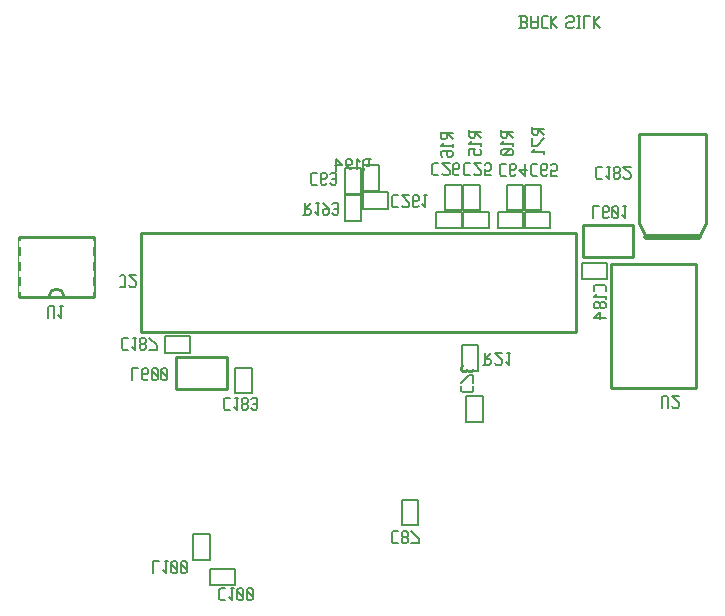
<source format=gbr>
G04 Title: RX Daughterboard, silkscreen, solder side *
G04 Creator: pcb-bin 1.99q *
G04 CreationDate: Mon Dec 12 23:54:21 2005 UTC *
G04 For: matt *
G04 Format: Gerber/RS-274X *
G04 PCB-Dimensions: 275000 250000 *
G04 PCB-Coordinate-Origin: lower left *
%MOIN*%
%FSLAX24Y24*%
%IPPOS*%
%ADD11C,0.0400*%
%ADD12C,0.0080*%
%ADD13C,0.0239*%
%ADD14C,0.0140*%
%ADD15C,0.0300*%
%ADD16C,0.0600*%
%ADD17C,0.0250*%
%ADD18C,0.0450*%
%ADD19C,0.0140*%
%ADD20C,0.0299*%
%ADD21C,0.0100*%
%ADD22C,0.0110*%
%ADD23C,0.0249*%
%ADD24R,0.0600X0.0600*%
%ADD25R,0.0660X0.0660*%
%ADD26R,0.0900X0.0900X0.0600X0.0600*%
%ADD27R,0.0900X0.0900*%
%ADD28C,0.0600*%
%ADD29C,0.0660*%
%ADD30C,0.0900X0.0600*%
%ADD31C,0.0900*%
%ADD32C,0.0200*%
%ADD33C,0.0080*%
%ADD34R,0.0240X0.0240*%
%ADD35R,0.0440X0.0440*%
%ADD36R,0.0300X0.0300*%
%ADD37C,0.0060*%
%ADD38C,0.0800*%
%ADD39C,0.0860*%
%ADD40C,0.1100X0.0800*%
%ADD41C,0.1100*%
%ADD42C,0.0110*%
%AMTHERM1*7,0,0,0.1100,0.0800,0.0110,45*%
%ADD43THERM1*%
%ADD44R,0.0970X0.0970*%
%ADD45R,0.1170X0.1170*%
%ADD46R,0.1030X0.1030*%
%ADD47R,0.0560X0.0560*%
%ADD48R,0.0860X0.0860*%
%ADD49R,0.0620X0.0620*%
%ADD50R,0.1220X0.1220*%
%ADD51R,0.1520X0.1520*%
%ADD52R,0.1280X0.1280*%
%ADD53R,0.0340X0.0340*%
%ADD54R,0.0640X0.0640*%
%ADD55R,0.0400X0.0400*%
%ADD56R,0.0540X0.0540*%
%ADD57R,0.0480X0.0480*%
%ADD58R,0.0680X0.0680*%
%ADD59R,0.0200X0.0200*%
%ADD60R,0.0500X0.0500*%
%AMTHERM2*7,0,0,0.0900,0.0600,0.0100,45*%
%ADD61THERM2*%
%ADD62R,0.0150X0.0150*%
%ADD63R,0.0450X0.0450*%
%ADD64R,0.0210X0.0210*%
%ADD65C,0.0410*%
%ADD66C,0.0170*%
%ADD67R,0.1610X0.1610*%
%ADD68R,0.1910X0.1910*%
%ADD69R,0.1670X0.1670*%
%ADD70C,0.0720*%
%ADD71C,0.0920X0.0720*%
%ADD72C,0.0920*%
%ADD73C,0.0240*%
%ADD74C,0.0340*%
%ADD75C,0.1320*%
%ADD76C,0.1520*%
%ADD77C,0.1520X0.1320*%
%ADD78C,0.0600*%
%ADD79C,0.0125*%
%AMTHERM3*7,0,0,0.0800,0.0600,0.0125,45*%
%ADD80THERM3*%
%ADD81C,0.0800*%
%ADD82C,0.0800X0.0600*%
%ADD83C,0.0350*%
%ADD84C,0.0100*%
%AMTHERM4*7,0,0,0.0510,0.0350,0.0100,45*%
%ADD85THERM4*%
%ADD86C,0.0510*%
%ADD87C,0.0510X0.0350*%
%ADD88C,0.0360*%
%ADD89C,0.0520*%
%ADD90C,0.0520X0.0360*%
%AMTHERM5*7,0,0,0.0799,0.0600,0.0125,45*%
%ADD91THERM5*%
%ADD92C,0.0799*%
%ADD93C,0.0799X0.0600*%
%ADD94C,0.0090*%
%AMTHERM6*7,0,0,0.0520,0.0360,0.0090,45*%
%ADD95THERM6*%
%ADD96C,0.0310*%
%ADD97C,0.0080*%
%AMTHERM7*7,0,0,0.0469,0.0310,0.0080,45*%
%ADD98THERM7*%
%ADD99C,0.0469*%
%ADD100C,0.0469X0.0310*%
%AMTHERM8*7,0,0,0.0510,0.0350,0.0100,45*%
%ADD101THERM8*%
%ADD102C,0.0510*%
%ADD103C,0.0510X0.0350*%
%LNGROUP_3*%
%LPD*%
G01X0Y0D02*
G54D37*X15780Y17730D02*X16320D01*
X15780Y18570D02*Y17730D01*
Y18570D02*X16320D01*
Y17730D01*
G04 Text: R194 *
G54D33*X15850Y18770D02*X16050D01*
X15850D02*X15800Y18720D01*
Y18620D02*Y18720D01*
X15850Y18570D02*X15800Y18620D01*
X15850Y18570D02*X16000D01*
Y18370D02*Y18770D01*
Y18570D02*X15800Y18370D01*
X15529D02*X15629D01*
X15579D02*Y18770D01*
X15679Y18670D02*X15579Y18770D01*
X15409Y18370D02*X15209Y18570D01*
Y18720D01*
X15259Y18770D02*X15209Y18720D01*
X15259Y18770D02*X15359D01*
X15409Y18720D02*X15359Y18770D01*
X15409Y18620D02*Y18720D01*
Y18620D02*X15359Y18570D01*
X15209D02*X15359D01*
X15089D02*X14889Y18770D01*
X14839Y18570D02*X15089D01*
X14889Y18370D02*Y18770D01*
G54D37*X15180Y16730D02*X15720D01*
X15180Y17570D02*Y16730D01*
Y17570D02*X15720D01*
Y16730D01*
G04 Text: R193 *
G54D33*X13800Y16930D02*X14000D01*
X14050Y16980D01*
Y17080D01*
X14000Y17130D02*X14050Y17080D01*
X13850Y17130D02*X14000D01*
X13850Y16930D02*Y17330D01*
Y17130D02*X14050Y17330D01*
X14220D02*X14320D01*
X14270Y16930D02*Y17330D01*
X14170Y17030D02*X14270Y16930D01*
X14440Y17330D02*X14640Y17130D01*
Y16980D02*Y17130D01*
X14590Y16930D02*X14640Y16980D01*
X14490Y16930D02*X14590D01*
X14440Y16980D02*X14490Y16930D01*
X14440Y16980D02*Y17080D01*
X14490Y17130D01*
X14640D01*
X14760Y16980D02*X14810Y16930D01*
X14910D01*
X14960Y16980D01*
Y17280D01*
X14910Y17330D02*X14960Y17280D01*
X14810Y17330D02*X14910D01*
X14760Y17280D02*X14810Y17330D01*
Y17130D02*X14960D01*
G54D37*X23080Y15320D02*Y14780D01*
Y15320D02*X23920D01*
Y14780D01*
X23080D02*X23920D01*
G04 Text: C184 *
G54D33*X23880Y14400D02*Y14550D01*
X23830Y14600D02*X23880Y14550D01*
X23530Y14600D02*X23830D01*
X23530D02*X23480Y14550D01*
Y14400D02*Y14550D01*
X23880Y14129D02*Y14229D01*
X23480Y14179D02*X23880D01*
X23580Y14279D02*X23480Y14179D01*
X23830Y14009D02*X23880Y13959D01*
X23730Y14009D02*X23830D01*
X23730D02*X23680Y13959D01*
Y13859D02*Y13959D01*
Y13859D02*X23730Y13809D01*
X23830D01*
X23880Y13859D02*X23830Y13809D01*
X23880Y13859D02*Y13959D01*
X23630Y14009D02*X23680Y13959D01*
X23530Y14009D02*X23630D01*
X23530D02*X23480Y13959D01*
Y13859D02*Y13959D01*
Y13859D02*X23530Y13809D01*
X23630D01*
X23680Y13859D02*X23630Y13809D01*
X23680Y13689D02*X23480Y13489D01*
X23680Y13439D02*Y13689D01*
X23480Y13489D02*X23880D01*
G54D37*X11530Y10980D02*X12070D01*
X11530Y11820D02*Y10980D01*
Y11820D02*X12070D01*
Y10980D01*
G04 Text: C183 *
G54D33*X11200Y10830D02*X11350D01*
X11150Y10780D02*X11200Y10830D01*
X11150Y10480D02*Y10780D01*
Y10480D02*X11200Y10430D01*
X11350D01*
X11520Y10830D02*X11620D01*
X11570Y10430D02*Y10830D01*
X11470Y10530D02*X11570Y10430D01*
X11740Y10780D02*X11790Y10830D01*
X11740Y10680D02*Y10780D01*
Y10680D02*X11790Y10630D01*
X11890D01*
X11940Y10680D01*
Y10780D01*
X11890Y10830D02*X11940Y10780D01*
X11790Y10830D02*X11890D01*
X11740Y10580D02*X11790Y10630D01*
X11740Y10480D02*Y10580D01*
Y10480D02*X11790Y10430D01*
X11890D01*
X11940Y10480D01*
Y10580D01*
X11890Y10630D02*X11940Y10580D01*
X12060Y10480D02*X12110Y10430D01*
X12210D01*
X12260Y10480D01*
Y10780D01*
X12210Y10830D02*X12260Y10780D01*
X12110Y10830D02*X12210D01*
X12060Y10780D02*X12110Y10830D01*
Y10630D02*X12260D01*
G54D32*X25230Y16170D02*X26970D01*
G54D21*X25230D02*X24980Y16650D01*
Y19630D02*Y16650D01*
Y19630D02*X27220D01*
Y16650D01*
X26970Y16170D01*
G04 Text: C182 *
G54D33*X23600Y18520D02*X23750D01*
X23550Y18470D02*X23600Y18520D01*
X23550Y18170D02*Y18470D01*
Y18170D02*X23600Y18120D01*
X23750D01*
X23920Y18520D02*X24020D01*
X23970Y18120D02*Y18520D01*
X23870Y18220D02*X23970Y18120D01*
X24140Y18470D02*X24190Y18520D01*
X24140Y18370D02*Y18470D01*
Y18370D02*X24190Y18320D01*
X24290D01*
X24340Y18370D01*
Y18470D01*
X24290Y18520D02*X24340Y18470D01*
X24190Y18520D02*X24290D01*
X24140Y18270D02*X24190Y18320D01*
X24140Y18170D02*Y18270D01*
Y18170D02*X24190Y18120D01*
X24290D01*
X24340Y18170D01*
Y18270D01*
X24290Y18320D02*X24340Y18270D01*
X24460Y18170D02*X24510Y18120D01*
X24660D01*
X24710Y18170D01*
Y18270D01*
X24460Y18520D02*X24710Y18270D01*
X24460Y18520D02*X24710D01*
G54D21*X24050Y15290D02*Y11150D01*
Y15290D02*X26900D01*
Y11150D01*
X24050D02*X26900D01*
G04 Text: U2 *
G54D33*X25750Y10500D02*Y10850D01*
X25800Y10900D01*
X25900D01*
X25950Y10850D01*
Y10500D02*Y10850D01*
X26070Y10550D02*X26120Y10500D01*
X26270D01*
X26320Y10550D01*
Y10650D01*
X26070Y10900D02*X26320Y10650D01*
X26070Y10900D02*X26320D01*
G54D37*X17080Y6580D02*X17620D01*
X17080Y7420D02*Y6580D01*
Y7420D02*X17620D01*
Y6580D01*
G04 Text: C87 *
G54D33*X16800Y6380D02*X16950D01*
X16750Y6330D02*X16800Y6380D01*
X16750Y6030D02*Y6330D01*
Y6030D02*X16800Y5980D01*
X16950D01*
X17070Y6330D02*X17120Y6380D01*
X17070Y6230D02*Y6330D01*
Y6230D02*X17120Y6180D01*
X17220D01*
X17270Y6230D01*
Y6330D01*
X17220Y6380D02*X17270Y6330D01*
X17120Y6380D02*X17220D01*
X17070Y6130D02*X17120Y6180D01*
X17070Y6030D02*Y6130D01*
Y6030D02*X17120Y5980D01*
X17220D01*
X17270Y6030D01*
Y6130D01*
X17220Y6180D02*X17270Y6130D01*
X17390Y6380D02*X17640Y6130D01*
Y5980D02*Y6130D01*
X17390Y5980D02*X17640D01*
G54D37*X9180Y12870D02*Y12330D01*
Y12870D02*X10020D01*
Y12330D01*
X9180D02*X10020D01*
G04 Text: C187 *
G54D33*X7800Y12830D02*X7950D01*
X7750Y12780D02*X7800Y12830D01*
X7750Y12480D02*Y12780D01*
Y12480D02*X7800Y12430D01*
X7950D01*
X8120Y12830D02*X8220D01*
X8170Y12430D02*Y12830D01*
X8070Y12530D02*X8170Y12430D01*
X8340Y12780D02*X8390Y12830D01*
X8340Y12680D02*Y12780D01*
Y12680D02*X8390Y12630D01*
X8490D01*
X8540Y12680D01*
Y12780D01*
X8490Y12830D02*X8540Y12780D01*
X8390Y12830D02*X8490D01*
X8340Y12580D02*X8390Y12630D01*
X8340Y12480D02*Y12580D01*
Y12480D02*X8390Y12430D01*
X8490D01*
X8540Y12480D01*
Y12580D01*
X8490Y12630D02*X8540Y12580D01*
X8660Y12830D02*X8910Y12580D01*
Y12430D02*Y12580D01*
X8660Y12430D02*X8910D01*
G54D21*X23110Y16590D02*Y15510D01*
Y16590D02*X24790D01*
Y15510D01*
X23110D02*X24790D01*
G04 Text: L601 *
G54D33*X23450Y16810D02*Y17210D01*
X23650D01*
X23920Y16810D02*X23970Y16860D01*
X23820Y16810D02*X23920D01*
X23770Y16860D02*X23820Y16810D01*
X23770Y16860D02*Y17160D01*
X23820Y17210D01*
X23920Y17010D02*X23970Y17060D01*
X23770Y17010D02*X23920D01*
X23820Y17210D02*X23920D01*
X23970Y17160D01*
Y17060D02*Y17160D01*
X24090D02*X24140Y17210D01*
X24090Y16860D02*Y17160D01*
Y16860D02*X24140Y16810D01*
X24240D01*
X24290Y16860D01*
Y17160D01*
X24240Y17210D02*X24290Y17160D01*
X24140Y17210D02*X24240D01*
X24090Y17110D02*X24290Y16910D01*
X24460Y17210D02*X24560D01*
X24510Y16810D02*Y17210D01*
X24410Y16910D02*X24510Y16810D01*
G54D37*X19230Y10870D02*X19770D01*
Y10030D01*
X19230D02*X19770D01*
X19230Y10870D02*Y10030D01*
G04 Text: C78 *
G54D33*X19060Y11060D02*Y11210D01*
X19110Y11010D02*X19060Y11060D01*
X19110Y11010D02*X19410D01*
X19460Y11060D01*
Y11210D01*
X19060Y11330D02*X19310Y11580D01*
X19460D01*
Y11330D02*Y11580D01*
X19110Y11700D02*X19060Y11750D01*
X19110Y11700D02*X19210D01*
X19260Y11750D01*
Y11850D01*
X19210Y11900D01*
X19110D02*X19210D01*
X19060Y11850D02*X19110Y11900D01*
X19060Y11750D02*Y11850D01*
X19310Y11700D02*X19260Y11750D01*
X19310Y11700D02*X19410D01*
X19460Y11750D01*
Y11850D01*
X19410Y11900D01*
X19310D02*X19410D01*
X19260Y11850D02*X19310Y11900D01*
G54D37*X15780Y17670D02*Y17130D01*
Y17670D02*X16620D01*
Y17130D01*
X15780D02*X16620D01*
G04 Text: C261 *
G54D33*X16800Y17580D02*X16950D01*
X16750Y17530D02*X16800Y17580D01*
X16750Y17230D02*Y17530D01*
Y17230D02*X16800Y17180D01*
X16950D01*
X17070Y17230D02*X17120Y17180D01*
X17270D01*
X17320Y17230D01*
Y17330D01*
X17070Y17580D02*X17320Y17330D01*
X17070Y17580D02*X17320D01*
X17590Y17180D02*X17640Y17230D01*
X17490Y17180D02*X17590D01*
X17440Y17230D02*X17490Y17180D01*
X17440Y17230D02*Y17530D01*
X17490Y17580D01*
X17590Y17380D02*X17640Y17430D01*
X17440Y17380D02*X17590D01*
X17490Y17580D02*X17590D01*
X17640Y17530D01*
Y17430D02*Y17530D01*
X17810Y17580D02*X17910D01*
X17860Y17180D02*Y17580D01*
X17760Y17280D02*X17860Y17180D01*
G54D37*X19080Y11730D02*X19620D01*
X19080Y12570D02*Y11730D01*
Y12570D02*X19620D01*
Y11730D01*
G04 Text: R21 *
G54D33*X19800Y11930D02*X20000D01*
X20050Y11980D01*
Y12080D01*
X20000Y12130D02*X20050Y12080D01*
X19850Y12130D02*X20000D01*
X19850Y11930D02*Y12330D01*
Y12130D02*X20050Y12330D01*
X20170Y11980D02*X20220Y11930D01*
X20370D01*
X20420Y11980D01*
Y12080D01*
X20170Y12330D02*X20420Y12080D01*
X20170Y12330D02*X20420D01*
X20590D02*X20690D01*
X20640Y11930D02*Y12330D01*
X20540Y12030D02*X20640Y11930D01*
G54D21*X4310Y14200D02*X5820D01*
X5320D02*X6830D01*
Y16200D02*Y14200D01*
X4310Y16200D02*X6830D01*
X4310D02*Y14200D01*
X5820D02*G75*G03X5320Y14200I-250J0D01*G01*
G04 Text: U1 *
G54D33*X5300Y13500D02*Y13850D01*
X5350Y13900D01*
X5450D01*
X5500Y13850D01*
Y13500D02*Y13850D01*
X5670Y13900D02*X5770D01*
X5720Y13500D02*Y13900D01*
X5620Y13600D02*X5720Y13500D01*
G54D37*X21120Y17020D02*Y16480D01*
X20280D02*X21120D01*
X20280Y17020D02*Y16480D01*
Y17020D02*X21120D01*
G04 Text: C64 *
G54D33*X20400Y18630D02*X20550D01*
X20350Y18580D02*X20400Y18630D01*
X20350Y18280D02*Y18580D01*
Y18280D02*X20400Y18230D01*
X20550D01*
X20820D02*X20870Y18280D01*
X20720Y18230D02*X20820D01*
X20670Y18280D02*X20720Y18230D01*
X20670Y18280D02*Y18580D01*
X20720Y18630D01*
X20820Y18430D02*X20870Y18480D01*
X20670Y18430D02*X20820D01*
X20720Y18630D02*X20820D01*
X20870Y18580D01*
Y18480D02*Y18580D01*
X20990Y18430D02*X21190Y18230D01*
X20990Y18430D02*X21240D01*
X21190Y18230D02*Y18630D01*
G54D37*X21180Y17920D02*X21720D01*
Y17080D02*Y17920D01*
X21180Y17080D02*X21720D01*
X21180D02*Y17920D01*
G04 Text: R71 *
G54D33*X21430Y19650D02*Y19850D01*
Y19650D02*X21480Y19600D01*
X21580D01*
X21630Y19650D02*X21580Y19600D01*
X21630Y19650D02*Y19800D01*
X21430D02*X21830D01*
X21630D02*X21830Y19600D01*
Y19479D02*X21580Y19229D01*
X21430D02*X21580D01*
X21430D02*Y19479D01*
X21830Y18959D02*Y19059D01*
X21430Y19009D02*X21830D01*
X21530Y19109D02*X21430Y19009D01*
G54D37*X21180Y17020D02*Y16480D01*
Y17020D02*X22020D01*
Y16480D01*
X21180D02*X22020D01*
G04 Text: C65 *
G54D33*X21450Y18630D02*X21600D01*
X21400Y18580D02*X21450Y18630D01*
X21400Y18280D02*Y18580D01*
Y18280D02*X21450Y18230D01*
X21600D01*
X21870D02*X21920Y18280D01*
X21770Y18230D02*X21870D01*
X21720Y18280D02*X21770Y18230D01*
X21720Y18280D02*Y18580D01*
X21770Y18630D01*
X21870Y18430D02*X21920Y18480D01*
X21720Y18430D02*X21870D01*
X21770Y18630D02*X21870D01*
X21920Y18580D01*
Y18480D02*Y18580D01*
X22040Y18230D02*X22240D01*
X22040D02*Y18430D01*
X22090Y18380D01*
X22190D01*
X22240Y18430D01*
Y18580D01*
X22190Y18630D02*X22240Y18580D01*
X22090Y18630D02*X22190D01*
X22040Y18580D02*X22090Y18630D01*
G54D37*X15180Y18470D02*X15720D01*
Y17630D02*Y18470D01*
X15180Y17630D02*X15720D01*
X15180D02*Y18470D01*
G04 Text: C63 *
G54D33*X14100Y18330D02*X14250D01*
X14050Y18280D02*X14100Y18330D01*
X14050Y17980D02*Y18280D01*
Y17980D02*X14100Y17930D01*
X14250D01*
X14520D02*X14570Y17980D01*
X14420Y17930D02*X14520D01*
X14370Y17980D02*X14420Y17930D01*
X14370Y17980D02*Y18280D01*
X14420Y18330D01*
X14520Y18130D02*X14570Y18180D01*
X14370Y18130D02*X14520D01*
X14420Y18330D02*X14520D01*
X14570Y18280D01*
Y18180D02*Y18280D01*
X14690Y17980D02*X14740Y17930D01*
X14840D01*
X14890Y17980D01*
Y18280D01*
X14840Y18330D02*X14890Y18280D01*
X14740Y18330D02*X14840D01*
X14690Y18280D02*X14740Y18330D01*
Y18130D02*X14890D01*
G54D37*X18530Y17920D02*X19070D01*
Y17080D01*
X18530D02*X19070D01*
X18530Y17920D02*Y17080D01*
G04 Text: R16 *
G54D33*X18380Y19500D02*Y19700D01*
Y19500D02*X18430Y19450D01*
X18530D01*
X18580Y19500D02*X18530Y19450D01*
X18580Y19500D02*Y19650D01*
X18380D02*X18780D01*
X18580D02*X18780Y19450D01*
Y19179D02*Y19279D01*
X18380Y19229D02*X18780D01*
X18480Y19329D02*X18380Y19229D01*
Y18909D02*X18430Y18859D01*
X18380Y18909D02*Y19009D01*
X18430Y19059D02*X18380Y19009D01*
X18430Y19059D02*X18730D01*
X18780Y19009D01*
X18580Y18909D02*X18630Y18859D01*
X18580Y18909D02*Y19059D01*
X18780Y18909D02*Y19009D01*
Y18909D02*X18730Y18859D01*
X18630D02*X18730D01*
G54D37*X11520Y4580D02*Y5120D01*
X10680Y4580D02*X11520D01*
X10680D02*Y5120D01*
X11520D01*
G04 Text: C100 *
G54D33*X11050Y4480D02*X11200D01*
X11000Y4430D02*X11050Y4480D01*
X11000Y4130D02*Y4430D01*
Y4130D02*X11050Y4080D01*
X11200D01*
X11370Y4480D02*X11470D01*
X11420Y4080D02*Y4480D01*
X11320Y4180D02*X11420Y4080D01*
X11590Y4430D02*X11640Y4480D01*
X11590Y4130D02*Y4430D01*
Y4130D02*X11640Y4080D01*
X11740D01*
X11790Y4130D01*
Y4430D01*
X11740Y4480D02*X11790Y4430D01*
X11640Y4480D02*X11740D01*
X11590Y4380D02*X11790Y4180D01*
X11910Y4430D02*X11960Y4480D01*
X11910Y4130D02*Y4430D01*
Y4130D02*X11960Y4080D01*
X12060D01*
X12110Y4130D01*
Y4430D01*
X12060Y4480D02*X12110Y4430D01*
X11960Y4480D02*X12060D01*
X11910Y4380D02*X12110Y4180D01*
G54D37*X10130Y5430D02*X10670D01*
X10130Y6270D02*Y5430D01*
Y6270D02*X10670D01*
Y5430D01*
G04 Text: L100 *
G54D33*X8800Y4980D02*Y5380D01*
X9000D01*
X9170D02*X9270D01*
X9220Y4980D02*Y5380D01*
X9120Y5080D02*X9220Y4980D01*
X9390Y5330D02*X9440Y5380D01*
X9390Y5030D02*Y5330D01*
Y5030D02*X9440Y4980D01*
X9540D01*
X9590Y5030D01*
Y5330D01*
X9540Y5380D02*X9590Y5330D01*
X9440Y5380D02*X9540D01*
X9390Y5280D02*X9590Y5080D01*
X9710Y5330D02*X9760Y5380D01*
X9710Y5030D02*Y5330D01*
Y5030D02*X9760Y4980D01*
X9860D01*
X9910Y5030D01*
Y5330D01*
X9860Y5380D02*X9910Y5330D01*
X9760Y5380D02*X9860D01*
X9710Y5280D02*X9910Y5080D01*
G54D21*X9560Y12190D02*Y11110D01*
Y12190D02*X11240D01*
Y11110D01*
X9560D02*X11240D01*
G04 Text: L600 *
G54D33*X8100Y11410D02*Y11810D01*
X8300D01*
X8570Y11410D02*X8620Y11460D01*
X8470Y11410D02*X8570D01*
X8420Y11460D02*X8470Y11410D01*
X8420Y11460D02*Y11760D01*
X8470Y11810D01*
X8570Y11610D02*X8620Y11660D01*
X8420Y11610D02*X8570D01*
X8470Y11810D02*X8570D01*
X8620Y11760D01*
Y11660D02*Y11760D01*
X8740D02*X8790Y11810D01*
X8740Y11460D02*Y11760D01*
Y11460D02*X8790Y11410D01*
X8890D01*
X8940Y11460D01*
Y11760D01*
X8890Y11810D02*X8940Y11760D01*
X8790Y11810D02*X8890D01*
X8740Y11710D02*X8940Y11510D01*
X9060Y11760D02*X9110Y11810D01*
X9060Y11460D02*Y11760D01*
Y11460D02*X9110Y11410D01*
X9210D01*
X9260Y11460D01*
Y11760D01*
X9210Y11810D02*X9260Y11760D01*
X9110Y11810D02*X9210D01*
X9060Y11710D02*X9260Y11510D01*
G54D37*X19130Y17020D02*Y16480D01*
Y17020D02*X19970D01*
Y16480D01*
X19130D02*X19970D01*
G04 Text: C25 *
G54D33*X19200Y18650D02*X19350D01*
X19150Y18600D02*X19200Y18650D01*
X19150Y18300D02*Y18600D01*
Y18300D02*X19200Y18250D01*
X19350D01*
X19470Y18300D02*X19520Y18250D01*
X19670D01*
X19720Y18300D01*
Y18400D01*
X19470Y18650D02*X19720Y18400D01*
X19470Y18650D02*X19720D01*
X19840Y18250D02*X20040D01*
X19840D02*Y18450D01*
X19890Y18400D01*
X19990D01*
X20040Y18450D01*
Y18600D01*
X19990Y18650D02*X20040Y18600D01*
X19890Y18650D02*X19990D01*
X19840Y18600D02*X19890Y18650D01*
G54D21*X8399Y16318D02*Y13018D01*
Y16318D02*X22899D01*
X8399Y13018D02*X22899D01*
Y16318D02*Y13018D01*
G04 Text: J2 *
G54D33*X7699Y14518D02*X7849D01*
Y14868D01*
X7799Y14918D02*X7849Y14868D01*
X7749Y14918D02*X7799D01*
X7699Y14868D02*X7749Y14918D01*
X7969Y14568D02*X8019Y14518D01*
X8169D01*
X8219Y14568D01*
Y14668D01*
X7969Y14918D02*X8219Y14668D01*
X7969Y14918D02*X8219D01*
G54D37*X19130Y17920D02*X19670D01*
Y17080D01*
X19130D02*X19670D01*
X19130Y17920D02*Y17080D01*
G04 Text: R15 *
G54D33*X19330Y19550D02*Y19750D01*
Y19550D02*X19380Y19500D01*
X19480D01*
X19530Y19550D02*X19480Y19500D01*
X19530Y19550D02*Y19700D01*
X19330D02*X19730D01*
X19530D02*X19730Y19500D01*
Y19229D02*Y19329D01*
X19330Y19279D02*X19730D01*
X19430Y19379D02*X19330Y19279D01*
Y18909D02*Y19109D01*
X19530D01*
X19480Y19059D01*
Y18959D02*Y19059D01*
Y18959D02*X19530Y18909D01*
X19680D01*
X19730Y18959D02*X19680Y18909D01*
X19730Y18959D02*Y19059D01*
X19680Y19109D02*X19730Y19059D01*
G54D37*X20580Y17920D02*X21120D01*
Y17080D01*
X20580D02*X21120D01*
X20580Y17920D02*Y17080D01*
G04 Text: R10 *
G54D33*X20400Y19550D02*Y19750D01*
Y19550D02*X20450Y19500D01*
X20550D01*
X20600Y19550D02*X20550Y19500D01*
X20600Y19550D02*Y19700D01*
X20400D02*X20800D01*
X20600D02*X20800Y19500D01*
Y19229D02*Y19329D01*
X20400Y19279D02*X20800D01*
X20500Y19379D02*X20400Y19279D01*
X20750Y19109D02*X20800Y19059D01*
X20450Y19109D02*X20750D01*
X20450D02*X20400Y19059D01*
Y18959D02*Y19059D01*
Y18959D02*X20450Y18909D01*
X20750D01*
X20800Y18959D02*X20750Y18909D01*
X20800Y18959D02*Y19059D01*
X20700Y19109D02*X20500Y18909D01*
G54D37*X19070Y17020D02*Y16480D01*
X18230D02*X19070D01*
X18230Y17020D02*Y16480D01*
Y17020D02*X19070D01*
G04 Text: C26 *
G54D33*X18150Y18650D02*X18300D01*
X18100Y18600D02*X18150Y18650D01*
X18100Y18300D02*Y18600D01*
Y18300D02*X18150Y18250D01*
X18300D01*
X18420Y18300D02*X18470Y18250D01*
X18620D01*
X18670Y18300D01*
Y18400D01*
X18420Y18650D02*X18670Y18400D01*
X18420Y18650D02*X18670D01*
X18940Y18250D02*X18990Y18300D01*
X18840Y18250D02*X18940D01*
X18790Y18300D02*X18840Y18250D01*
X18790Y18300D02*Y18600D01*
X18840Y18650D01*
X18940Y18450D02*X18990Y18500D01*
X18790Y18450D02*X18940D01*
X18840Y18650D02*X18940D01*
X18990Y18600D01*
Y18500D02*Y18600D01*
G04 Text: BACK SILK *
X21000Y23550D02*X21200D01*
X21250Y23500D01*
Y23400D02*Y23500D01*
X21200Y23350D02*X21250Y23400D01*
X21050Y23350D02*X21200D01*
X21050Y23150D02*Y23550D01*
X21000Y23150D02*X21200D01*
X21250Y23200D01*
Y23300D01*
X21200Y23350D02*X21250Y23300D01*
X21370Y23200D02*Y23550D01*
Y23200D02*X21420Y23150D01*
X21570D01*
X21620Y23200D01*
Y23550D01*
X21370Y23350D02*X21620D01*
X21790Y23550D02*X21940D01*
X21740Y23500D02*X21790Y23550D01*
X21740Y23200D02*Y23500D01*
Y23200D02*X21790Y23150D01*
X21940D01*
X22060D02*Y23550D01*
Y23350D02*X22260Y23150D01*
X22060Y23350D02*X22260Y23550D01*
X22760Y23150D02*X22810Y23200D01*
X22610Y23150D02*X22760D01*
X22560Y23200D02*X22610Y23150D01*
X22560Y23200D02*Y23300D01*
X22610Y23350D01*
X22760D01*
X22810Y23400D01*
Y23500D01*
X22760Y23550D02*X22810Y23500D01*
X22610Y23550D02*X22760D01*
X22560Y23500D02*X22610Y23550D01*
X22930Y23150D02*X23030D01*
X22980D02*Y23550D01*
X22930D02*X23030D01*
X23150Y23150D02*Y23550D01*
X23350D01*
X23470Y23150D02*Y23550D01*
Y23350D02*X23670Y23150D01*
X23470Y23350D02*X23670Y23550D01*
%LNCUTS*%
%LPC*%
G54D34*X15960Y17910D02*X16140D01*
X15960Y18390D02*X16140D01*
X15360Y17390D02*X15540D01*
G54D44*X25710Y17010D02*X26490D01*
X25710Y18890D02*X26490D01*
G54D34*X17260Y6760D02*X17440D01*
X17260Y7240D02*X17440D01*
X15960Y17490D02*Y17310D01*
X19260Y11910D02*X19440D01*
G54D59*X4410Y14450D02*X4690D01*
X4410Y14950D02*X4690D01*
X4410Y15450D02*X4690D01*
X4410Y15950D02*X4690D01*
X6450D02*X6730D01*
X6450Y15450D02*X6730D01*
X6450Y14950D02*X6730D01*
X6450Y14450D02*X6730D01*
G54D34*X21360Y17740D02*X21540D01*
X21360Y17260D02*X21540D01*
X15360Y18290D02*X15540D01*
X15360Y17810D02*X15540D01*
X18710Y17740D02*X18890D01*
G54D73*X16192Y15881D02*Y14971D01*
X16585Y15881D02*Y14971D01*
X16979Y15881D02*Y14971D01*
X18160Y15881D02*Y14971D01*
X18554Y15881D02*Y14971D01*
X18948Y15881D02*Y14971D01*
G54D34*X19310Y17740D02*X19490D01*
X19310Y17260D02*X19490D01*
X20760Y17740D02*X20940D01*
X20760Y17260D02*X20940D01*
X18410Y16840D02*Y16660D01*
M02*

</source>
